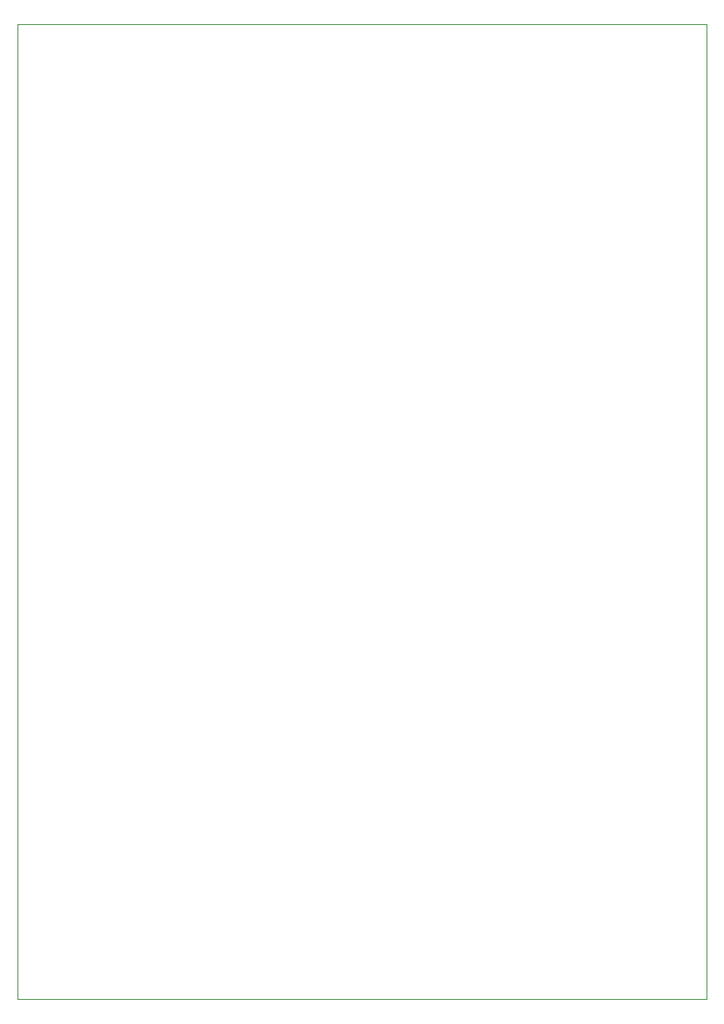
<source format=gbr>
G04 #@! TF.GenerationSoftware,KiCad,Pcbnew,(5.1.0)-1*
G04 #@! TF.CreationDate,2019-04-02T22:50:19-04:00*
G04 #@! TF.ProjectId,ripples,72697070-6c65-4732-9e6b-696361645f70,rev?*
G04 #@! TF.SameCoordinates,Original*
G04 #@! TF.FileFunction,Profile,NP*
%FSLAX46Y46*%
G04 Gerber Fmt 4.6, Leading zero omitted, Abs format (unit mm)*
G04 Created by KiCad (PCBNEW (5.1.0)-1) date 2019-04-02 22:50:19*
%MOMM*%
%LPD*%
G04 APERTURE LIST*
%ADD10C,0.050000*%
G04 APERTURE END LIST*
D10*
X117094000Y-45720000D02*
X117094000Y-144780000D01*
X117094000Y-144780000D02*
X46990000Y-144780000D01*
X46990000Y-45720000D02*
X46990000Y-144780000D01*
X46990000Y-45720000D02*
X117094000Y-45720000D01*
M02*

</source>
